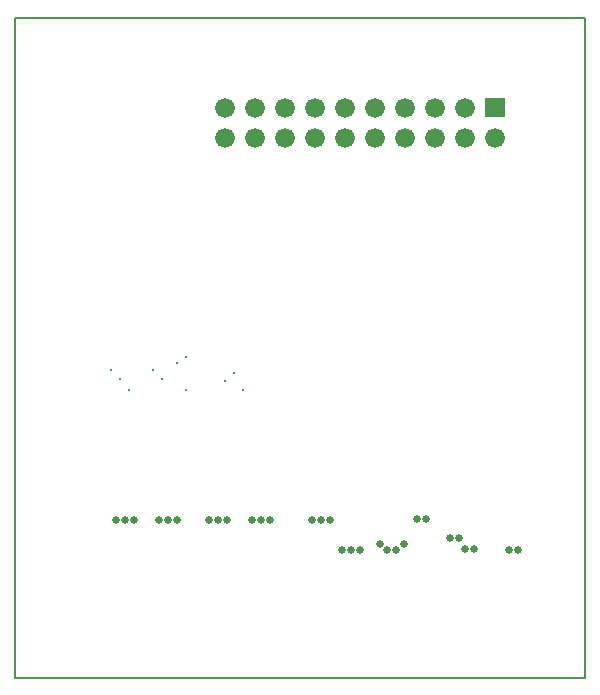
<source format=gbr>
G04 This is an RS-274x file exported by *
G04 gerbv version 2.7.0 *
G04 More information is available about gerbv at *
G04 http://gerbv.geda-project.org/ *
G04 --End of header info--*
%MOIN*%
%FSLAX36Y36*%
%IPPOS*%
G04 --Define apertures--*
%ADD10C,0.0100*%
%ADD11C,0.0060*%
%ADD12C,0.0260*%
%ADD13C,0.0001*%
%ADD14C,0.0660*%
%ADD15C,0.0380*%
G04 --Start main section--*
G01X0000000Y0000000D02*
G54D11*
G01X0000000Y2300000D02*
G01X1900000Y2300000D01*
G01X1900000Y2300000D02*
G01X1900000Y0100000D01*
G01X1900000Y0100000D02*
G01X0000000Y0100000D01*
G01X0000000Y0100000D02*
G01X0000000Y2300000D01*
G01X0000000Y0000000D02*
G54D12*
G01X1240000Y0525000D03*
G01X1090000Y0525000D03*
G01X1120000Y0525000D03*
G01X1150000Y0525000D03*
G01X1270000Y0525000D03*
G01X1215000Y0545000D03*
G01X0990000Y0625000D03*
G01X1020000Y0625000D03*
G01X1050000Y0625000D03*
G01X1340000Y0630000D03*
G01X1370000Y0630000D03*
G01X1295000Y0545000D03*
G01X1499990Y0530000D03*
G01X1530000Y0530000D03*
G01X1450000Y0565000D03*
G01X1480000Y0565000D03*
G01X1645000Y0525000D03*
G01X1675000Y0525000D03*
G54D13*
G36*
G01X1567000Y2033000D02*
G01X1567000Y1967000D01*
G01X1633000Y1967000D01*
G01X1633000Y2033000D01*
G01X1567000Y2033000D01*
G37*
G54D14*
G01X1500000Y2000000D03*
G01X1400000Y2000000D03*
G01X1600000Y1900000D03*
G01X1500000Y1900000D03*
G01X1400000Y1900000D03*
G01X1300000Y1900000D03*
G01X1200000Y1900000D03*
G01X1100000Y1900000D03*
G01X1300000Y2000000D03*
G01X1200000Y2000000D03*
G01X1100000Y2000000D03*
G01X1000000Y2000000D03*
G01X1000000Y1900000D03*
G01X0900000Y2000000D03*
G01X0800000Y2000000D03*
G01X0700000Y2000000D03*
G01X0900000Y1900000D03*
G01X0800000Y1900000D03*
G01X0700000Y1900000D03*
G54D12*
G01X0395000Y0625000D03*
G01X0540000Y0625000D03*
G01X0510000Y0625000D03*
G01X0480000Y0625000D03*
G01X0365000Y0625000D03*
G01X0335000Y0625000D03*
G01X0705000Y0625000D03*
G01X0675000Y0625000D03*
G01X0645000Y0625000D03*
G01X0850000Y0625000D03*
G01X0820000Y0625000D03*
G01X0790000Y0625000D03*
G01X0000000Y0000000D02*
G54D10*
G01X0320000Y1125000D03*
G01X0335000Y0625000D03*
G01X0350000Y1095000D03*
G01X0365000Y0625000D03*
G01X0380000Y1060000D03*
G01X0395000Y0625000D03*
G01X0460000Y1125000D03*
G01X0480000Y0625000D03*
G01X0490000Y1095000D03*
G01X0510000Y0625000D03*
G01X0540000Y1150000D03*
G01X0540000Y0625000D03*
G01X0570000Y1170000D03*
G01X0570000Y1060000D03*
G01X0645000Y0625000D03*
G01X0675000Y0625000D03*
G01X0700000Y1090000D03*
G01X0705000Y0625000D03*
G01X0730000Y1115000D03*
G01X0760000Y1060000D03*
G01X0790000Y0625000D03*
G01X0820000Y0625000D03*
G01X0850000Y0625000D03*
G01X0990000Y0625000D03*
G01X1020000Y0625000D03*
G01X1050000Y0625000D03*
G01X1090000Y0525000D03*
G01X1120000Y0525000D03*
G01X1150000Y0525000D03*
G01X1215000Y0545000D03*
G01X1240000Y0525000D03*
G01X1270000Y0525000D03*
G01X1295000Y0545000D03*
G01X1340000Y0630000D03*
G01X1370000Y0630000D03*
G01X1450000Y0565000D03*
G01X1480000Y0565000D03*
G01X1500000Y0530000D03*
G01X1530000Y0530000D03*
G01X1645000Y0525000D03*
G01X1675000Y0525000D03*
G54D15*
G01X0700000Y2000000D03*
G01X0700000Y1900000D03*
G01X0800000Y2000000D03*
G01X0800000Y1900000D03*
G01X0900000Y2000000D03*
G01X0900000Y1900000D03*
G01X1000000Y2000000D03*
G01X1000000Y1900000D03*
G01X1100000Y2000000D03*
G01X1100000Y1900000D03*
G01X1200000Y2000000D03*
G01X1200000Y1900000D03*
G01X1300000Y2000000D03*
G01X1300000Y1900000D03*
G01X1400000Y2000000D03*
G01X1400000Y1900000D03*
G01X1500000Y2000000D03*
G01X1500000Y1900000D03*
G01X1600000Y2000000D03*
G01X1600000Y1900000D03*
M02*

</source>
